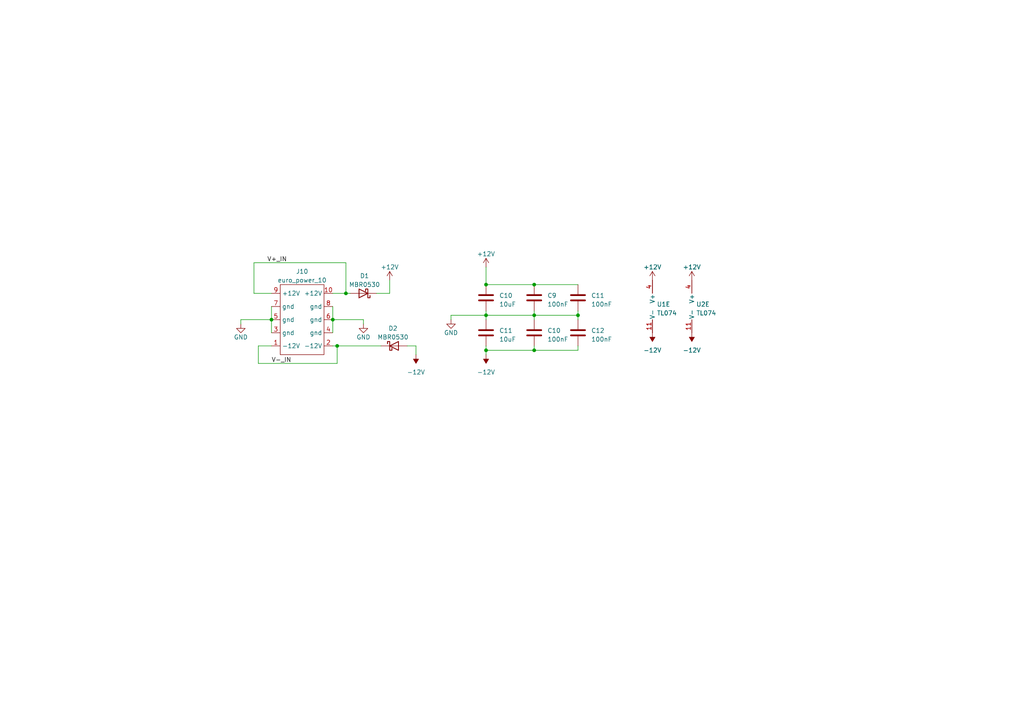
<source format=kicad_sch>
(kicad_sch (version 20230121) (generator eeschema)
  (paper "A4")
  (lib_symbols
    (symbol "power:+12V" (power) (pin_names (offset 0))
      (property "Value" "+12V" (at 0 3.556 0))
      (symbol "+12V_0_1"
        (polyline (pts (xy -0.762 1.27) (xy 0 2.54)))
        (polyline (pts (xy 0 0) (xy 0 2.54)))
        (polyline (pts (xy 0 2.54) (xy 0.762 1.27)))
      )
      (symbol "+12V_1_1"
        (pin power_in line (at 0 0 90) (length 0) hide (name "+12V") (number "1"))
      )
    )
    (symbol "power:-12V" (power) (pin_names (offset 0))
      (property "Value" "-12V" (at 0 3.81 0))
      (symbol "-12V_0_0"
        (pin power_in line (at 0 0 90) (length 0) hide (name "-12V") (number "1"))
      )
      (symbol "-12V_0_1"
        (polyline (pts (xy 0 0) (xy 0 1.27) (xy 0.762 1.27) (xy 0 2.54) (xy -0.762 1.27) (xy 0 1.27)) (fill (type outline)))
      )
    )
    (symbol "power:GND" (power) (pin_names (offset 0))
      (property "Value" "GND" (at 0 -3.81 0))
      (symbol "GND_0_1"
        (polyline (pts (xy 0 0) (xy 0 -1.27) (xy 1.27 -1.27) (xy 0 -2.54) (xy -1.27 -1.27) (xy 0 -1.27)))
      )
      (symbol "GND_1_1"
        (pin power_in line (at 0 0 270) (length 0) hide (name "GND") (number "1"))
      )
    )
    (symbol "synthesis:CAP_100NF_0603_X7R" (pin_numbers hide) (pin_names (offset 0.254))
      (property "Reference" "C" (at 0.635 2.54 0))
      (property "Value" "100nF" (at 0.635 -2.54 0))
      (symbol "CAP_100NF_0603_X7R_0_1"
        (polyline (pts (xy -2.032 -0.762) (xy 2.032 -0.762)) (stroke (width 0.508)))
        (polyline (pts (xy -2.032 0.762) (xy 2.032 0.762)) (stroke (width 0.508)))
      )
      (symbol "CAP_100NF_0603_X7R_1_1"
        (pin passive line (at 0 3.81 270) (length 2.794) (name "~") (number "1"))
        (pin passive line (at 0 -3.81 90) (length 2.794) (name "~") (number "2"))
      )
    )
    (symbol "synthesis:CAP_10UF_NONPOL" (pin_numbers hide) (pin_names (offset 0.254))
      (property "Reference" "C" (at 0.635 2.54 0))
      (property "Value" "10uF" (at 0.635 -2.54 0))
      (symbol "CAP_10UF_NONPOL_0_1"
        (polyline (pts (xy -2.032 -0.762) (xy 2.032 -0.762)) (stroke (width 0.508)))
        (polyline (pts (xy -2.032 0.762) (xy 2.032 0.762)) (stroke (width 0.508)))
      )
      (symbol "CAP_10UF_NONPOL_1_1"
        (pin passive line (at 0 3.81 270) (length 2.794) (name "~") (number "1"))
        (pin passive line (at 0 -3.81 90) (length 2.794) (name "~") (number "2"))
      )
    )
    (symbol "synthesis:DIODE_SCHOTTKY" (pin_numbers hide) (pin_names (offset 1.016) hide)
      (property "Reference" "D" (at 0 2.54 0))
      (property "Value" "MBR0530" (at 0 -2.54 0))
      (symbol "DIODE_SCHOTTKY_0_1"
        (polyline (pts (xy 1.27 0) (xy -1.27 0)))
        (polyline (pts (xy 1.27 1.27) (xy 1.27 -1.27) (xy -1.27 0) (xy 1.27 1.27)) (stroke (width 0.254)))
        (polyline (pts (xy -1.905 0.635) (xy -1.905 1.27) (xy -1.27 1.27) (xy -1.27 -1.27) (xy -0.635 -1.27) (xy -0.635 -0.635)) (stroke (width 0.254)))
      )
      (symbol "DIODE_SCHOTTKY_1_1"
        (pin passive line (at -3.81 0 0) (length 2.54) (name "K") (number "1"))
        (pin passive line (at 3.81 0 180) (length 2.54) (name "A") (number "2"))
      )
    )
    (symbol "synthesis:TL074" (pin_names (offset 0.127))
      (property "Reference" "U" (at 0 5.08 0))
      (property "Value" "TL074" (at 0 -5.08 0))
      (symbol "TL074_1_1"
        (polyline (pts (xy -5.08 5.08) (xy 5.08 0) (xy -5.08 -5.08) (xy -5.08 5.08)) (stroke (width 0.254)) (fill (type background)))
        (pin output line (at 7.62 0 180) (length 2.54) (name "~") (number "1"))
        (pin input line (at -7.62 -2.54 0) (length 2.54) (name "-") (number "2"))
        (pin input line (at -7.62 2.54 0) (length 2.54) (name "+") (number "3"))
      )
      (symbol "TL074_2_1"
        (polyline (pts (xy -5.08 5.08) (xy 5.08 0) (xy -5.08 -5.08) (xy -5.08 5.08)) (stroke (width 0.254)) (fill (type background)))
        (pin input line (at -7.62 2.54 0) (length 2.54) (name "+") (number "5"))
        (pin input line (at -7.62 -2.54 0) (length 2.54) (name "-") (number "6"))
        (pin output line (at 7.62 0 180) (length 2.54) (name "~") (number "7"))
      )
      (symbol "TL074_3_1"
        (polyline (pts (xy -5.08 5.08) (xy 5.08 0) (xy -5.08 -5.08) (xy -5.08 5.08)) (stroke (width 0.254)) (fill (type background)))
        (pin input line (at -7.62 2.54 0) (length 2.54) (name "+") (number "10"))
        (pin output line (at 7.62 0 180) (length 2.54) (name "~") (number "8"))
        (pin input line (at -7.62 -2.54 0) (length 2.54) (name "-") (number "9"))
      )
      (symbol "TL074_4_1"
        (polyline (pts (xy -5.08 5.08) (xy 5.08 0) (xy -5.08 -5.08) (xy -5.08 5.08)) (stroke (width 0.254)) (fill (type background)))
        (pin input line (at -7.62 2.54 0) (length 2.54) (name "+") (number "12"))
        (pin input line (at -7.62 -2.54 0) (length 2.54) (name "-") (number "13"))
        (pin output line (at 7.62 0 180) (length 2.54) (name "~") (number "14"))
      )
      (symbol "TL074_5_1"
        (pin power_in line (at -2.54 -7.62 90) (length 3.81) (name "V-") (number "11"))
        (pin power_in line (at -2.54 7.62 270) (length 3.81) (name "V+") (number "4"))
      )
    )
    (symbol "synthesis:euro_power_10"
      (property "Reference" "J" (at -5.08 11.43 0))
      (property "Value" "euro_power_10" (at 0 -11.43 0))
      (symbol "euro_power_10_0_1"
        (rectangle (start -6.35 10.16) (end 6.35 -10.16))
      )
      (symbol "euro_power_10_1_1"
        (pin power_in line (at -8.89 -7.62 0) (length 2.54) (name "-12V") (number "1"))
        (pin power_in line (at 8.89 7.62 180) (length 2.54) (name "+12V") (number "10"))
        (pin power_in line (at 8.89 -7.62 180) (length 2.54) (name "-12V") (number "2"))
        (pin power_in line (at -8.89 -3.81 0) (length 2.54) (name "gnd") (number "3"))
        (pin power_in line (at 8.89 -3.81 180) (length 2.54) (name "gnd") (number "4"))
        (pin power_in line (at -8.89 0 0) (length 2.54) (name "gnd") (number "5"))
        (pin power_in line (at 8.89 0 180) (length 2.54) (name "gnd") (number "6"))
        (pin power_in line (at -8.89 3.81 0) (length 2.54) (name "gnd") (number "7"))
        (pin power_in line (at 8.89 3.81 180) (length 2.54) (name "gnd") (number "8"))
        (pin power_in line (at -8.89 7.62 0) (length 2.54) (name "+12V") (number "9"))
      )
    )
  )
  (junction (at 100.33 85.09))
  (junction (at 154.94 82.55))
  (junction (at 140.97 82.55))
  (junction (at 167.64 91.44))
  (junction (at 97.79 100.33))
  (junction (at 140.97 101.6))
  (junction (at 154.94 101.6))
  (junction (at 154.94 91.44))
  (junction (at 140.97 91.44))
  (junction (at 96.52 92.71))
  (junction (at 78.74 92.71))
  (wire (pts (xy 97.79 105.41) (xy 97.79 100.33)))
  (wire (pts (xy 167.64 91.44) (xy 167.64 90.17)))
  (wire (pts (xy 154.94 82.55) (xy 167.64 82.55)))
  (wire (pts (xy 113.03 81.28) (xy 113.03 85.09)))
  (wire (pts (xy 105.41 92.71) (xy 105.41 93.98)))
  (wire (pts (xy 140.97 82.55) (xy 154.94 82.55)))
  (wire (pts (xy 154.94 91.44) (xy 167.64 91.44)))
  (wire (pts (xy 96.52 88.9) (xy 96.52 92.71)))
  (wire (pts (xy 100.33 76.2) (xy 100.33 85.09)))
  (wire (pts (xy 167.64 101.6) (xy 167.64 100.33)))
  (wire (pts (xy 118.11 100.33) (xy 120.65 100.33)))
  (wire (pts (xy 96.52 100.33) (xy 97.79 100.33)))
  (wire (pts (xy 140.97 77.47) (xy 140.97 82.55)))
  (wire (pts (xy 130.81 91.44) (xy 140.97 91.44)))
  (wire (pts (xy 78.74 100.33) (xy 74.93 100.33)))
  (wire (pts (xy 140.97 101.6) (xy 154.94 101.6)))
  (wire (pts (xy 78.74 85.09) (xy 73.66 85.09)))
  (wire (pts (xy 96.52 92.71) (xy 96.52 96.52)))
  (wire (pts (xy 69.85 93.98) (xy 69.85 92.71)))
  (wire (pts (xy 100.33 85.09) (xy 101.6 85.09)))
  (wire (pts (xy 97.79 100.33) (xy 110.49 100.33)))
  (wire (pts (xy 140.97 91.44) (xy 140.97 92.71)))
  (wire (pts (xy 140.97 101.6) (xy 140.97 102.87)))
  (wire (pts (xy 74.93 100.33) (xy 74.93 105.41)))
  (wire (pts (xy 73.66 85.09) (xy 73.66 76.2)))
  (wire (pts (xy 154.94 91.44) (xy 154.94 90.17)))
  (wire (pts (xy 113.03 85.09) (xy 109.22 85.09)))
  (wire (pts (xy 130.81 92.71) (xy 130.81 91.44)))
  (wire (pts (xy 74.93 105.41) (xy 97.79 105.41)))
  (wire (pts (xy 140.97 100.33) (xy 140.97 101.6)))
  (wire (pts (xy 96.52 92.71) (xy 105.41 92.71)))
  (wire (pts (xy 73.66 76.2) (xy 100.33 76.2)))
  (wire (pts (xy 140.97 90.17) (xy 140.97 91.44)))
  (wire (pts (xy 154.94 100.33) (xy 154.94 101.6)))
  (wire (pts (xy 154.94 91.44) (xy 154.94 92.71)))
  (wire (pts (xy 100.33 85.09) (xy 96.52 85.09)))
  (wire (pts (xy 69.85 92.71) (xy 78.74 92.71)))
  (wire (pts (xy 154.94 101.6) (xy 167.64 101.6)))
  (wire (pts (xy 78.74 92.71) (xy 78.74 96.52)))
  (wire (pts (xy 140.97 91.44) (xy 154.94 91.44)))
  (wire (pts (xy 78.74 88.9) (xy 78.74 92.71)))
  (wire (pts (xy 167.64 91.44) (xy 167.64 92.71)))
  (wire (pts (xy 120.65 100.33) (xy 120.65 102.87)))
  (label "V-_IN" (at 78.74 105.41 0))
  (label "V+_IN" (at 77.47 76.2 0))
  (symbol (lib_id "power:+12V") (at 200.66 81.28 0) (unit 1)
    (property "Reference" "#PWR033" (effects hide))
    (property "Value" "+12V" (at 200.66 77.47 0))
    (instances (project "attenuverter_mixer" (path "" (reference "#PWR033") (unit 1)) (path "" (reference "#PWR030") (unit 1))))
  )
  (symbol (lib_id "synthesis:DIODE_SCHOTTKY") (at 114.3 100.33 0) (unit 1)
    (property "Reference" "D2" (at 113.9825 95.25 0))
    (property "Value" "MBR0530" (at 113.9825 97.79 0))
    (property "Footprint" "Diode_SMD:D_SOD-123" (effects hide))
    (property "Datasheet" "www.st.com/resource/en/datasheet/1n6263.pdf" (effects hide))
    (property "MFR" "Micro Commercial Co" (effects hide))
    (property "MPN" "MBR0530-TP" (effects hide))
  )
  (symbol (lib_id "synthesis:TL074") (at 203.2 88.9 0) (unit 5)
    (property "Reference" "U2" (at 201.93 88.265 0) (effects (justify left)))
    (property "Value" "TL074" (at 201.93 90.805 0) (effects (justify left)))
    (property "Footprint" "Package_SO:TSSOP-14_4.4x5mm_P0.65mm" (effects hide))
    (property "Datasheet" "http://www.ti.com/lit/ds/symlink/lm2902-n.pdf" (effects hide))
    (property "MFR" "TI" (effects hide))
    (property "MPN" "TL074CPWR" (effects hide))
  )
  (symbol (lib_id "power:+12V") (at 113.03 81.28 0) (unit 1)
    (property "Reference" "#PWR035" (effects hide))
    (property "Value" "+12V" (at 113.03 77.47 0))
    (instances (project "attenuverter_mixer" (path "" (reference "#PWR035") (unit 1)) (path "" (reference "#PWR023") (unit 1))))
  )
  (symbol (lib_id "power:-12V") (at 189.23 96.52 180) (unit 1)
    (property "Reference" "#PWR031" (effects hide))
    (property "Value" "-12V" (at 189.23 101.6 0))
    (instances (project "attenuverter_mixer" (path "" (reference "#PWR031") (unit 1)) (path "" (reference "#PWR029") (unit 1))))
  )
  (symbol (lib_id "power:-12V") (at 140.97 102.87 180) (unit 1)
    (property "Reference" "#PWR024" (effects hide))
    (property "Value" "-12V" (at 140.97 107.95 0))
    (instances (project "attenuverter_mixer" (path "" (reference "#PWR024") (unit 1)) (path "" (reference "#PWR027") (unit 1))))
  )
  (symbol (lib_id "synthesis:euro_power_10") (at 87.63 92.71 0) (unit 1)
    (property "Reference" "J10" (at 87.63 78.74 0))
    (property "Value" "euro_power_10" (at 87.63 81.28 0))
    (property "Footprint" "synthesis:eurorack_10" (effects hide))
    (property "MFR" "On Shore Technologies" (effects hide))
    (property "MPN" "302-S101" (effects hide))
    (instances (project "attenuverter_mixer" (path "" (reference "J10") (unit 1)) (path "" (reference "J7") (unit 1))))
  )
  (symbol (lib_id "synthesis:CAP_100NF_0603_X7R") (at 154.94 86.36 0) (unit 1)
    (property "Reference" "C9" (at 158.75 85.725 0) (effects (justify left)))
    (property "Value" "100nF" (at 158.75 88.265 0) (effects (justify left)))
    (property "Footprint" "Capacitor_SMD:C_0603_1608Metric" (effects hide))
    (property "MFR" "YAGEO" (effects hide))
    (property "MPN" "CC0603KRX7R9BB104" (effects hide))
    (instances (project "attenuverter_mixer" (path "" (reference "C9") (unit 1)) (path "" (reference "C12") (unit 1))))
  )
  (symbol (lib_id "synthesis:DIODE_SCHOTTKY") (at 105.41 85.09 180) (unit 1)
    (property "Reference" "D1" (at 105.7275 80.01 0))
    (property "Value" "MBR0530" (at 105.7275 82.55 0))
    (property "Footprint" "Diode_SMD:D_SOD-123" (effects hide))
    (property "Datasheet" "www.st.com/resource/en/datasheet/1n6263.pdf" (effects hide))
    (property "MFR" "Micro Commercial Co" (effects hide))
    (property "MPN" "MBR0530-TP" (effects hide))
  )
  (symbol (lib_id "synthesis:CAP_10UF_NONPOL") (at 140.97 96.52 0) (unit 1)
    (property "Reference" "C11" (at 144.78 95.885 0) (effects (justify left)))
    (property "Value" "10uF" (at 144.78 98.425 0) (effects (justify left)))
    (property "Footprint" "Capacitor_SMD:CP_Elec_5x5.3" (effects hide))
    (property "MFR" "WURTH" (effects hide))
    (property "MPN" "865250442003" (effects hide))
  )
  (symbol (lib_id "power:+12V") (at 189.23 81.28 0) (unit 1)
    (property "Reference" "#PWR030" (effects hide))
    (property "Value" "+12V" (at 189.23 77.47 0))
    (instances (project "attenuverter_mixer" (path "" (reference "#PWR030") (unit 1)) (path "" (reference "#PWR028") (unit 1))))
  )
  (symbol (lib_id "synthesis:TL074") (at 191.77 88.9 0) (unit 5)
    (property "Reference" "U1" (at 190.5 88.265 0) (effects (justify left)))
    (property "Value" "TL074" (at 190.5 90.805 0) (effects (justify left)))
    (property "Footprint" "Package_SO:TSSOP-14_4.4x5mm_P0.65mm" (effects hide))
    (property "Datasheet" "http://www.ti.com/lit/ds/symlink/lm2902-n.pdf" (effects hide))
    (property "MFR" "TI" (effects hide))
    (property "MPN" "TL074CPWR" (effects hide))
  )
  (symbol (lib_id "synthesis:CAP_10UF_NONPOL") (at 140.97 86.36 0) (unit 1)
    (property "Reference" "C10" (at 144.78 85.725 0) (effects (justify left)))
    (property "Value" "10uF" (at 144.78 88.265 0) (effects (justify left)))
    (property "Footprint" "Capacitor_SMD:CP_Elec_5x5.3" (effects hide))
    (property "MFR" "WURTH" (effects hide))
    (property "MPN" "865250442003" (effects hide))
  )
  (symbol (lib_id "synthesis:CAP_100NF_0603_X7R") (at 154.94 96.52 0) (unit 1)
    (property "Reference" "C10" (at 158.75 95.885 0) (effects (justify left)))
    (property "Value" "100nF" (at 158.75 98.425 0) (effects (justify left)))
    (property "Footprint" "Capacitor_SMD:C_0603_1608Metric" (effects hide))
    (property "MFR" "YAGEO" (effects hide))
    (property "MPN" "CC0603KRX7R9BB104" (effects hide))
    (instances (project "attenuverter_mixer" (path "" (reference "C10") (unit 1)) (path "" (reference "C13") (unit 1))))
  )
  (symbol (lib_id "synthesis:CAP_100NF_0603_X7R") (at 167.64 86.36 0) (unit 1)
    (property "Reference" "C11" (at 171.45 85.725 0) (effects (justify left)))
    (property "Value" "100nF" (at 171.45 88.265 0) (effects (justify left)))
    (property "Footprint" "Capacitor_SMD:C_0603_1608Metric" (effects hide))
    (property "MFR" "YAGEO" (effects hide))
    (property "MPN" "CC0603KRX7R9BB104" (effects hide))
    (instances (project "attenuverter_mixer" (path "" (reference "C11") (unit 1)) (path "" (reference "C14") (unit 1))))
  )
  (symbol (lib_id "power:+12V") (at 140.97 77.47 0) (unit 1)
    (property "Reference" "#PWR023" (effects hide))
    (property "Value" "+12V" (at 140.97 73.66 0))
    (instances (project "attenuverter_mixer" (path "" (reference "#PWR023") (unit 1)) (path "" (reference "#PWR026") (unit 1))))
  )
  (symbol (lib_id "power:GND") (at 130.81 92.71 0) (unit 1)
    (property "Reference" "#PWR022" (effects hide))
    (property "Value" "GND" (at 130.81 96.52 0))
    (instances (project "attenuverter_mixer" (path "" (reference "#PWR022") (unit 1)) (path "" (reference "#PWR025") (unit 1))))
  )
  (symbol (lib_id "power:-12V") (at 120.65 102.87 180) (unit 1)
    (property "Reference" "#PWR036" (effects hide))
    (property "Value" "-12V" (at 120.65 107.95 0))
    (instances (project "attenuverter_mixer" (path "" (reference "#PWR036") (unit 1)) (path "" (reference "#PWR024") (unit 1))))
  )
  (symbol (lib_id "synthesis:CAP_100NF_0603_X7R") (at 167.64 96.52 0) (unit 1)
    (property "Reference" "C12" (at 171.45 95.885 0) (effects (justify left)))
    (property "Value" "100nF" (at 171.45 98.425 0) (effects (justify left)))
    (property "Footprint" "Capacitor_SMD:C_0603_1608Metric" (effects hide))
    (property "MFR" "YAGEO" (effects hide))
    (property "MPN" "CC0603KRX7R9BB104" (effects hide))
    (instances (project "attenuverter_mixer" (path "" (reference "C12") (unit 1)) (path "" (reference "C15") (unit 1))))
  )
  (symbol (lib_id "power:-12V") (at 200.66 96.52 180) (unit 1)
    (property "Reference" "#PWR034" (effects hide))
    (property "Value" "-12V" (at 200.66 101.6 0))
    (instances (project "attenuverter_mixer" (path "" (reference "#PWR034") (unit 1)) (path "" (reference "#PWR031") (unit 1))))
  )
  (symbol (lib_id "power:GND") (at 105.41 93.98 0) (unit 1)
    (property "Reference" "#PWR032" (effects hide))
    (property "Value" "GND" (at 105.41 97.79 0))
    (instances (project "attenuverter_mixer" (path "" (reference "#PWR032") (unit 1)) (path "" (reference "#PWR022") (unit 1))))
  )
  (symbol (lib_id "power:GND") (at 69.85 93.98 0) (unit 1)
    (property "Reference" "#PWR025" (effects hide))
    (property "Value" "GND" (at 69.85 97.79 0))
    (instances (project "attenuverter_mixer" (path "" (reference "#PWR025") (unit 1)) (path "" (reference "#PWR021") (unit 1))))
  )
)
</source>
